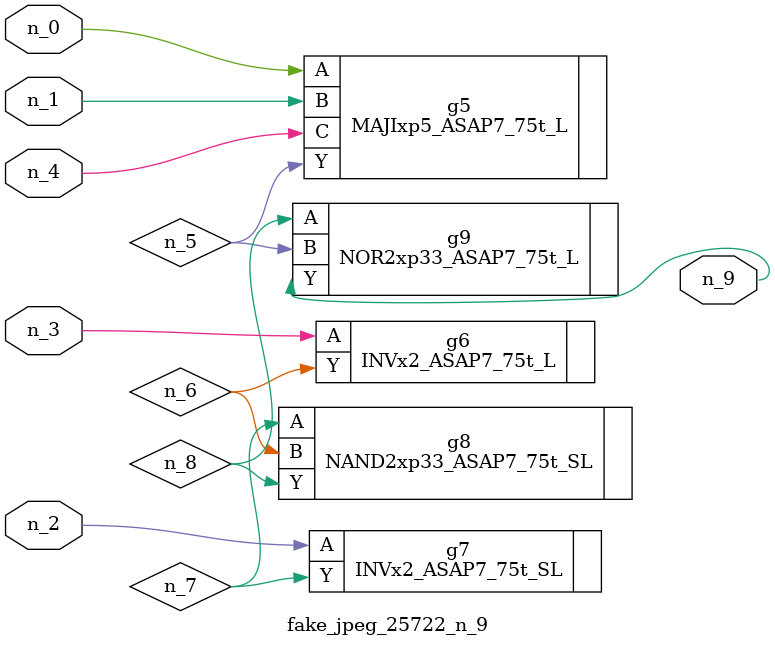
<source format=v>
module fake_jpeg_25722_n_9 (n_3, n_2, n_1, n_0, n_4, n_9);

input n_3;
input n_2;
input n_1;
input n_0;
input n_4;

output n_9;

wire n_8;
wire n_6;
wire n_5;
wire n_7;

MAJIxp5_ASAP7_75t_L g5 ( 
.A(n_0),
.B(n_1),
.C(n_4),
.Y(n_5)
);

INVx2_ASAP7_75t_L g6 ( 
.A(n_3),
.Y(n_6)
);

INVx2_ASAP7_75t_SL g7 ( 
.A(n_2),
.Y(n_7)
);

NAND2xp33_ASAP7_75t_SL g8 ( 
.A(n_7),
.B(n_6),
.Y(n_8)
);

NOR2xp33_ASAP7_75t_L g9 ( 
.A(n_8),
.B(n_5),
.Y(n_9)
);


endmodule
</source>
